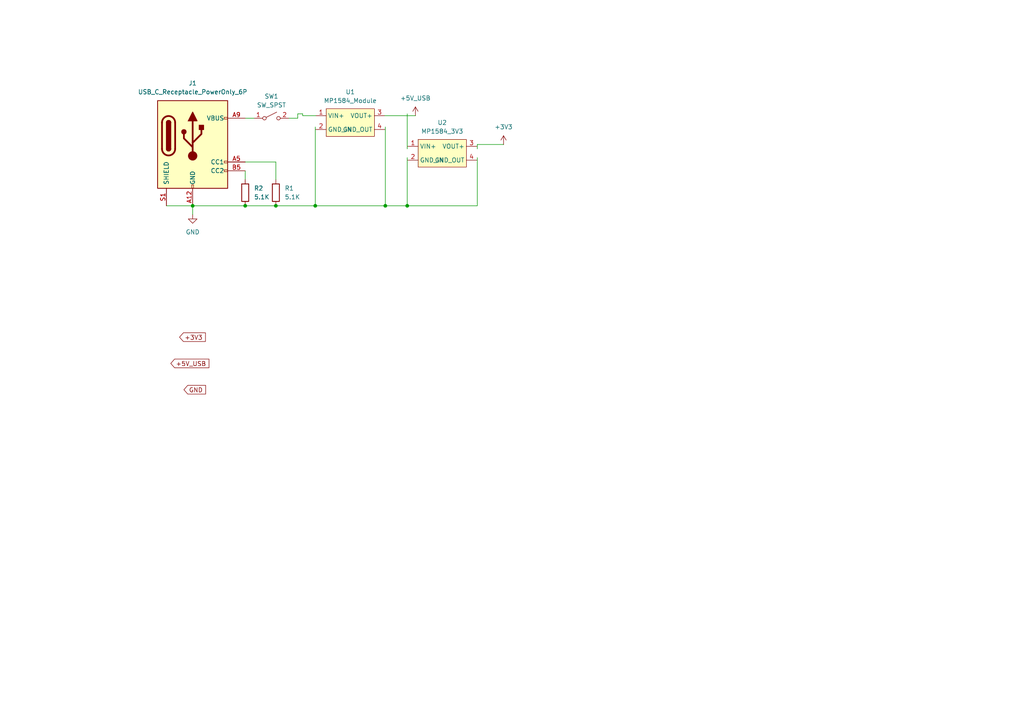
<source format=kicad_sch>
(kicad_sch (version 20250114) (generator "eeschema") (generator_version "9.0")
  (paper "A4")
  (lib_symbols
    (symbol "Connector:USB_C_Receptacle_PowerOnly_6P" (pin_names (offset 1.016))
      (property "Reference" "J" (at 0 16.51 0))
      (property "Value" "USB_C_Receptacle_PowerOnly_6P" (at 0 13.97 0))
      (symbol "USB_C_Receptacle_PowerOnly_6P_0_0"
        (rectangle (start -0.254 -12.7) (end 0.254 -11.684))
        (rectangle (start 10.16 7.874) (end 9.144 7.366))
        (rectangle (start 10.16 -4.826) (end 9.144 -5.334))
        (rectangle (start 10.16 -7.366) (end 9.144 -7.874))
      )
      (symbol "USB_C_Receptacle_PowerOnly_6P_0_1"
        (rectangle (start -10.16 12.7) (end 10.16 -12.7) (stroke (width 0.254)) (fill (type background)))
        (polyline (pts (xy -8.89 -1.27) (xy -8.89 6.35)) (stroke (width 0.508)))
        (rectangle (start -7.62 -1.27) (end -6.35 6.35) (stroke (width 0.254)) (fill (type outline)))
        (arc (start -7.62 6.35) (mid -6.985 6.9823) (end -6.35 6.35) (stroke (width 0.254)))
        (arc (start -7.62 6.35) (mid -6.985 6.9823) (end -6.35 6.35) (stroke (width 0.254)) (fill (type outline)))
        (arc (start -8.89 6.35) (mid -6.985 8.2467) (end -5.08 6.35) (stroke (width 0.508)))
        (arc (start -5.08 -1.27) (mid -6.985 -3.1667) (end -8.89 -1.27) (stroke (width 0.508)))
        (arc (start -6.35 -1.27) (mid -6.985 -1.9023) (end -7.62 -1.27) (stroke (width 0.254)))
        (arc (start -6.35 -1.27) (mid -6.985 -1.9023) (end -7.62 -1.27) (stroke (width 0.254)) (fill (type outline)))
        (polyline (pts (xy -5.08 6.35) (xy -5.08 -1.27)) (stroke (width 0.508)))
        (circle (center -2.54 3.683) (radius 0.635) (stroke (width 0.254)) (fill (type outline)))
        (polyline (pts (xy -1.27 6.858) (xy 0 9.398) (xy 1.27 6.858) (xy -1.27 6.858)) (stroke (width 0.254)) (fill (type outline)))
        (polyline (pts (xy 0 0.508) (xy 2.54 3.048) (xy 2.54 4.318)) (stroke (width 0.508)))
        (polyline (pts (xy 0 -0.762) (xy -2.54 1.778) (xy -2.54 3.048)) (stroke (width 0.508)))
        (polyline (pts (xy 0 -3.302) (xy 0 6.858)) (stroke (width 0.508)))
        (circle (center 0 -3.302) (radius 1.27) (fill (type outline)))
        (rectangle (start 1.905 4.318) (end 3.175 5.588) (stroke (width 0.254)) (fill (type outline)))
      )
      (symbol "USB_C_Receptacle_PowerOnly_6P_1_1"
        (pin passive line (at -7.62 -17.78 90) (length 5.08) (name "SHIELD") (number "S1"))
        (pin passive line (at 0 -17.78 90) (length 5.08) (name "GND") (number "A12"))
        (pin passive line (at 0 -17.78 90) (length 5.08) (hide yes) (name "GND") (number "B12"))
        (pin passive line (at 15.24 7.62 180) (length 5.08) (name "VBUS") (number "A9"))
        (pin passive line (at 15.24 7.62 180) (length 5.08) (hide yes) (name "VBUS") (number "B9"))
        (pin bidirectional line (at 15.24 -5.08 180) (length 5.08) (name "CC1") (number "A5"))
        (pin bidirectional line (at 15.24 -7.62 180) (length 5.08) (name "CC2") (number "B5"))
      )
    )
    (symbol "Device:R" (pin_numbers (hide yes)) (pin_names (offset 0))
      (property "Reference" "R" (at 2.032 0 90))
      (property "Value" "R" (at 0 0 90))
      (symbol "R_0_1"
        (rectangle (start -1.016 -2.54) (end 1.016 2.54) (stroke (width 0.254)))
      )
      (symbol "R_1_1"
        (pin passive line (at 0 3.81 270) (length 1.27) (name "~") (number "1"))
        (pin passive line (at 0 -3.81 90) (length 1.27) (name "~") (number "2"))
      )
    )
    (symbol "MP1584_local:MP1584_Module"
      (property "Reference" "U" (at 0 6 0))
      (property "Value" "MP1584_Module" (at 0 -6 0))
      (symbol "MP1584_Module_1_1"
        (rectangle (start -7 4) (end 7 -4) (stroke (width 0.15)) (fill (type background)))
        (pin power_in line (at -10 2 0) (length 3) (name "VIN+") (number "1"))
        (pin power_in line (at -10 -2 0) (length 3) (name "GND_IN") (number "2"))
        (pin power_out line (at 10 2 180) (length 3) (name "VOUT+") (number "3"))
        (pin power_in line (at 10 -2 180) (length 3) (name "GND_OUT") (number "4"))
      )
    )
    (symbol "Switch:SW_SPST" (pin_names (offset 0) (hide yes))
      (property "Reference" "SW" (at 0 3.175 0))
      (property "Value" "SW_SPST" (at 0 -2.54 0))
      (symbol "SW_SPST_0_0"
        (circle (center -2.032 0) (radius 0.508))
        (polyline (pts (xy -1.524 0.254) (xy 1.524 1.778)))
        (circle (center 2.032 0) (radius 0.508))
      )
      (symbol "SW_SPST_1_1"
        (pin passive line (at -5.08 0 0) (length 2.54) (name "A") (number "1"))
        (pin passive line (at 5.08 0 180) (length 2.54) (name "B") (number "2"))
      )
    )
    (symbol "power:+3V3" (power) (pin_numbers (hide yes)) (pin_names (offset 0) (hide yes))
      (property "Value" "+3V3" (at 0 3.556 0))
      (symbol "+3V3_0_1"
        (polyline (pts (xy -0.762 1.27) (xy 0 2.54)))
        (polyline (pts (xy 0 2.54) (xy 0.762 1.27)))
        (polyline (pts (xy 0 0) (xy 0 2.54)))
      )
      (symbol "+3V3_1_1"
        (pin power_in line (at 0 0 90) (length 0) (name "~") (number "1"))
      )
    )
    (symbol "power:+5V" (power) (pin_numbers (hide yes)) (pin_names (offset 0) (hide yes))
      (property "Value" "+5V" (at 0 3.556 0))
      (symbol "+5V_0_1"
        (polyline (pts (xy -0.762 1.27) (xy 0 2.54)))
        (polyline (pts (xy 0 2.54) (xy 0.762 1.27)))
        (polyline (pts (xy 0 0) (xy 0 2.54)))
      )
      (symbol "+5V_1_1"
        (pin power_in line (at 0 0 90) (length 0) (name "~") (number "1"))
      )
    )
    (symbol "power:GND" (power) (pin_numbers (hide yes)) (pin_names (offset 0) (hide yes))
      (property "Value" "GND" (at 0 -3.81 0))
      (symbol "GND_0_1"
        (polyline (pts (xy 0 0) (xy 0 -1.27) (xy 1.27 -1.27) (xy 0 -2.54) (xy -1.27 -1.27) (xy 0 -1.27)))
      )
      (symbol "GND_1_1"
        (pin power_in line (at 0 0 270) (length 0) (name "~") (number "1"))
      )
    )
  )
  (junction (at 111.76 59.69))
  (junction (at 80.01 59.69))
  (junction (at 91.44 59.69))
  (junction (at 71.12 59.69))
  (junction (at 55.88 59.69))
  (junction (at 118.11 59.69))
  (wire (pts (xy 111.76 59.69) (xy 91.44 59.69)))
  (wire (pts (xy 111.76 36.83) (xy 111.76 59.69)))
  (wire (pts (xy 120.49 33.56) (xy 111.6 33.56)))
  (wire (pts (xy 87.79 33.56) (xy 87.79 33.02)))
  (wire (pts (xy 48.26 59.69) (xy 55.88 59.69)))
  (wire (pts (xy 86.36 33.02) (xy 87.79 33.02)))
  (wire (pts (xy 71.12 34.29) (xy 73.66 34.29)))
  (wire (pts (xy 71.12 46.99) (xy 80.01 46.99)))
  (wire (pts (xy 71.12 59.69) (xy 80.01 59.69)))
  (wire (pts (xy 138.43 45.72) (xy 138.43 59.69)))
  (wire (pts (xy 138.43 41.91) (xy 146.05 41.91)))
  (wire (pts (xy 55.88 59.69) (xy 71.12 59.69)))
  (wire (pts (xy 118.11 43.18) (xy 118.11 33.02)))
  (wire (pts (xy 86.36 34.29) (xy 86.36 33.02)))
  (wire (pts (xy 118.11 59.69) (xy 111.76 59.69)))
  (wire (pts (xy 118.11 45.72) (xy 118.11 59.69)))
  (wire (pts (xy 91.6 33.56) (xy 87.79 33.56)))
  (wire (pts (xy 80.01 46.99) (xy 80.01 52.07)))
  (wire (pts (xy 71.12 52.07) (xy 71.12 49.53)))
  (wire (pts (xy 91.44 59.69) (xy 80.01 59.69)))
  (wire (pts (xy 91.44 36.83) (xy 91.44 59.69)))
  (wire (pts (xy 55.88 59.69) (xy 55.88 62.23)))
  (wire (pts (xy 138.43 41.91) (xy 138.43 43.18)))
  (wire (pts (xy 83.82 34.29) (xy 86.36 34.29)))
  (wire (pts (xy 138.43 59.69) (xy 118.11 59.69)))
  (global_label "GND" (shape input) (at 53.34 113.03 0) (property "Intersheetrefs" "${INTERSHEET_REFS}" (effects (hide yes))))
  (global_label "+5V_USB" (shape input) (at 49.53 105.41 0) (property "Intersheetrefs" "${INTERSHEET_REFS}" (effects (hide yes))))
  (global_label "+3V3" (shape input) (at 52.07 97.79 0) (property "Intersheetrefs" "${INTERSHEET_REFS}" (effects (hide yes))))
  (symbol (lib_id "Device:R") (at 80.01 55.88 0) (unit 1)
    (property "Reference" "R1" (at 82.55 54.6099 0) (effects (justify left)))
    (property "Value" "5.1K" (at 82.55 57.1499 0) (effects (justify left)))
    (property "Description" "Resistor" (effects (hide yes)))
  )
  (symbol (lib_id "MP1584_local:MP1584_Module") (at 128.27 44.45 0) (unit 1)
    (property "Reference" "U2" (at 128.27 35.56 0))
    (property "Value" "MP1584_3V3" (at 128.27 38.1 0))
  )
  (symbol (lib_id "Connector:USB_C_Receptacle_PowerOnly_6P") (at 55.88 41.91 0) (unit 1)
    (property "Reference" "J1" (at 55.88 24.13 0))
    (property "Value" "USB_C_Receptacle_PowerOnly_6P" (at 55.88 26.67 0))
    (property "Datasheet" "https://www.usb.org/sites/default/files/documents/usb_type-c.zip" (effects (hide yes)))
    (property "Description" "USB Power-Only 6P Type-C Receptacle connector" (effects (hide yes)))
  )
  (symbol (lib_id "power:GND") (at 55.88 62.23 0) (unit 1)
    (property "Reference" "#PWR02" (effects (hide yes)))
    (property "Value" "GND" (at 55.88 67.31 0))
    (property "Description" "Power symbol creates a global label with name \"GND\" , ground" (effects (hide yes)))
  )
  (symbol (lib_id "Switch:SW_SPST") (at 78.74 34.29 0) (unit 1)
    (property "Reference" "SW1" (at 78.74 27.94 0))
    (property "Value" "SW_SPST" (at 78.74 30.48 0))
    (property "Description" "Single Pole Single Throw (SPST) switch" (effects (hide yes)))
  )
  (symbol (lib_id "Device:R") (at 71.12 55.88 0) (unit 1)
    (property "Reference" "R2" (at 73.66 54.6099 0) (effects (justify left)))
    (property "Value" "5.1K" (at 73.66 57.1499 0) (effects (justify left)))
    (property "Description" "Resistor" (effects (hide yes)))
  )
  (symbol (lib_id "MP1584_local:MP1584_Module") (at 101.6 35.56 0) (unit 1)
    (property "Reference" "U1" (at 101.6 26.67 0))
    (property "Value" "MP1584_Module" (at 101.6 29.21 0))
  )
  (symbol (lib_id "power:+3V3") (at 146.05 41.91 0) (unit 1)
    (property "Reference" "#PWR03" (effects (hide yes)))
    (property "Value" "+3V3" (at 146.05 36.83 0))
    (property "Description" "Power symbol creates a global label with name \"+3V3\"" (effects (hide yes)))
  )
  (symbol (lib_id "power:+5V") (at 120.49 33.56 0) (unit 1)
    (property "Reference" "#PWR01" (effects (hide yes)))
    (property "Value" "+5V_USB" (at 120.49 28.48 0))
    (property "Description" "Power symbol creates a global label with name \"+5V\"" (effects (hide yes)))
  )
)
</source>
